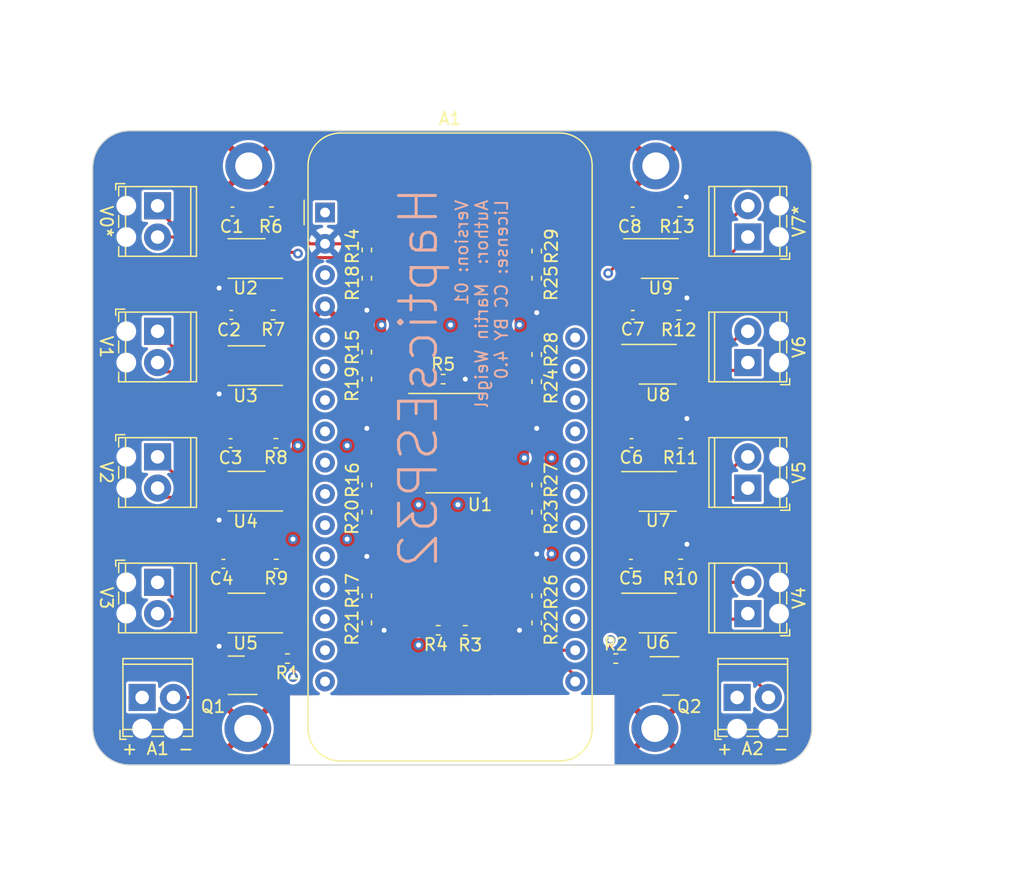
<source format=kicad_pcb>
(kicad_pcb (version 20211014) (generator pcbnew)
  (title_block (title "HapticESP32") (date "2022-01-30") (rev "01") (comment 1 "Author: Martin Weigel") (comment 3 "and two binary actuators (input-level voltage).") (comment 4 "An extension board for the ESP32 to control a maximum of 8 ERM/LRA actuators"))
  (layers (0 "F.Cu" power) (1 "In1.Cu" signal) (2 "In2.Cu" signal) (31 "B.Cu" power) (34 "B.Paste" user) (35 "F.Paste" user) (36 "B.SilkS" user "B.Silkscreen") (37 "F.SilkS" user "F.Silkscreen") (38 "B.Mask" user) (39 "F.Mask" user) (44 "Edge.Cuts" user))
  (net 0 "")
  (net 2 "+3V3")
  (net 4 "GND")
  (net 5 "/DAC2")
  (net 6 "/DAC1")
  (net 17 "/SDA")
  (net 18 "/SCL")
  (net 19 "/A1")
  (net 20 "/A2")
  (net 28 "Net-(C1-Pad2)")
  (net 29 "Net-(C2-Pad2)")
  (net 30 "Net-(C3-Pad2)")
  (net 31 "Net-(C4-Pad2)")
  (net 32 "Net-(C5-Pad2)")
  (net 33 "Net-(C6-Pad2)")
  (net 34 "Net-(C7-Pad2)")
  (net 35 "Net-(C8-Pad2)")
  (net 36 "Net-(J1-Pad2)")
  (net 37 "Net-(J2-Pad2)")
  (net 38 "Net-(J3-Pad1)")
  (net 39 "Net-(J3-Pad2)")
  (net 40 "Net-(J4-Pad1)")
  (net 41 "Net-(J4-Pad2)")
  (net 42 "Net-(J5-Pad1)")
  (net 43 "Net-(J5-Pad2)")
  (net 44 "Net-(J6-Pad1)")
  (net 45 "Net-(J6-Pad2)")
  (net 46 "Net-(J7-Pad1)")
  (net 47 "Net-(J7-Pad2)")
  (net 48 "Net-(J8-Pad1)")
  (net 49 "Net-(J8-Pad2)")
  (net 50 "Net-(J9-Pad1)")
  (net 51 "Net-(J9-Pad2)")
  (net 52 "Net-(J10-Pad1)")
  (net 53 "Net-(J10-Pad2)")
  (net 54 "Net-(Q1-Pad1)")
  (net 55 "Net-(Q2-Pad1)")
  (net 56 "Net-(R5-Pad2)")
  (net 57 "Net-(R6-Pad1)")
  (net 58 "Net-(R7-Pad1)")
  (net 59 "Net-(R8-Pad1)")
  (net 60 "Net-(R9-Pad1)")
  (net 61 "Net-(R10-Pad1)")
  (net 62 "Net-(R11-Pad1)")
  (net 63 "Net-(R12-Pad1)")
  (net 64 "Net-(R13-Pad1)")
  (net 65 "/SD0")
  (net 66 "/SD1")
  (net 67 "/SD2")
  (net 68 "/SD3")
  (net 69 "/SC0")
  (net 70 "/SC1")
  (net 71 "/SC2")
  (net 72 "/SC3")
  (net 73 "/SD4")
  (net 74 "/SD5")
  (net 75 "/SD6")
  (net 76 "/SD7")
  (net 77 "/SC4")
  (net 78 "/SC5")
  (net 79 "/SC6")
  (net 80 "/SC7")
  (net 95 "+5V")
  (footprint "Capacitor_SMD:C_0402_1005Metric" (layer "F.Cu") (at 85.6 26.19)
    (fp_text reference "C8")
    (fp_text value "1uF")
  )
  (footprint "Resistor_SMD:R_0402_1005Metric" (layer "F.Cu") (at 84.2264 62.5)
    (fp_text reference "R2")
    (fp_text value "1k")
  )
  (footprint "TerminalBlock_Phoenix:TerminalBlock_Phoenix_MPT-0,5-2-2.54_1x02_P2.54mm_Horizontal" (layer "F.Cu") (at 45.7454 65.659)
    (fp_text reference "J1" hide)
    (fp_text value "+ A1 -")
  )
  (footprint "MountingHole:MountingHole_2.2mm_M2_DIN965_Pad" (layer "F.Cu") (at 87.4014 68.1736)
    (fp_text reference "H1" hide)
    (fp_text value "MountingHole_Pad" hide)
  )
  (footprint "TerminalBlock_Phoenix:TerminalBlock_Phoenix_MPT-0,5-2-2.54_1x02_P2.54mm_Horizontal" (layer "F.Cu") (at 94.95 28.25 90)
    (fp_text reference "J10" hide)
    (fp_text value "V7*")
  )
  (footprint "Resistor_SMD:R_0402_1005Metric" (layer "F.Cu") (at 69.8 60.2 180)
    (fp_text reference "R4")
    (fp_text value "4.7k")
  )
  (footprint "Package_SO:VSSOP-10_3x3mm_P0.5mm" (layer "F.Cu") (at 54.229 30 180)
    (fp_text reference "U2")
    (fp_text value "DRV2605LDGS" hide)
  )
  (footprint "Resistor_SMD:R_0402_1005Metric" (layer "F.Cu") (at 77.8 40 -90)
    (fp_text reference "R24")
    (fp_text value "4.7k")
  )
  (footprint "Package_SO:VSSOP-10_3x3mm_P0.5mm" (layer "F.Cu") (at 87.8 30)
    (fp_text reference "U9")
    (fp_text value "DRV2605LDGS" hide)
  )
  (footprint "Package_SO:VSSOP-10_3x3mm_P0.5mm" (layer "F.Cu") (at 54.229 38.703933 180)
    (fp_text reference "U3")
    (fp_text value "DRV2605LDGS" hide)
  )
  (footprint "Capacitor_SMD:C_0402_1005Metric" (layer "F.Cu") (at 52.3494 54.803)
    (fp_text reference "C4")
    (fp_text value "1uF")
  )
  (footprint "Resistor_SMD:R_0402_1005Metric" (layer "F.Cu") (at 77.8 50.6 -90)
    (fp_text reference "R23")
    (fp_text value "4.7k")
  )
  (footprint "TerminalBlock_Phoenix:TerminalBlock_Phoenix_MPT-0,5-2-2.54_1x02_P2.54mm_Horizontal" (layer "F.Cu") (at 94.95 48.650866 90)
    (fp_text reference "J8" hide)
    (fp_text value "V5")
  )
  (footprint "TerminalBlock_Phoenix:TerminalBlock_Phoenix_MPT-0,5-2-2.54_1x02_P2.54mm_Horizontal" (layer "F.Cu") (at 94.0816 65.659)
    (fp_text reference "J2" hide)
    (fp_text value "+ A2 -")
  )
  (footprint "Resistor_SMD:R_0402_1005Metric" (layer "F.Cu") (at 64 57.4 90)
    (fp_text reference "R17")
    (fp_text value "4.7k")
  )
  (footprint "Capacitor_SMD:C_0402_1005Metric" (layer "F.Cu") (at 85.4494 54.803 180)
    (fp_text reference "C5")
    (fp_text value "1uF")
  )
  (footprint "Resistor_SMD:R_0402_1005Metric" (layer "F.Cu") (at 64 37.6 90)
    (fp_text reference "R15")
    (fp_text value "4.7k")
  )
  (footprint "Resistor_SMD:R_0402_1005Metric" (layer "F.Cu") (at 77.8 57.4 -90)
    (fp_text reference "R26")
    (fp_text value "4.7k")
  )
  (footprint "Resistor_SMD:R_0402_1005Metric" (layer "F.Cu") (at 57.5564 62.5 180)
    (fp_text reference "R1")
    (fp_text value "1k")
  )
  (footprint "Resistor_SMD:R_0402_1005Metric" (layer "F.Cu") (at 64 39.8 90)
    (fp_text reference "R19")
    (fp_text value "4.7k")
  )
  (footprint "Capacitor_SMD:C_0402_1005Metric" (layer "F.Cu") (at 52.9844 34.586334)
    (fp_text reference "C2")
    (fp_text value "1uF")
  )
  (footprint "Package_TO_SOT_SMD:SOT-23" (layer "F.Cu") (at 88.6968 63.9064)
    (fp_text reference "Q2")
    (fp_text value "MMBT5550L" hide)
  )
  (footprint "Module:Adafruit_Feather" (layer "F.Cu") (at 60.6044 26.2636)
    (fp_text reference "A1")
    (fp_text value "Feather_HUZZAH32" hide)
  )
  (footprint "Capacitor_SMD:C_0402_1005Metric" (layer "F.Cu") (at 85.4964 44.9976 180)
    (fp_text reference "C6")
    (fp_text value "1uF")
  )
  (footprint "MountingHole:MountingHole_2.2mm_M2_DIN965_Pad" (layer "F.Cu") (at 54.3306 68.1736)
    (fp_text reference "H2" hide)
    (fp_text value "MountingHole_Pad" hide)
  )
  (footprint "TerminalBlock_Phoenix:TerminalBlock_Phoenix_MPT-0,5-2-2.54_1x02_P2.54mm_Horizontal" (layer "F.Cu") (at 94.95 38.453933 90)
    (fp_text reference "J9" hide)
    (fp_text value "V6")
  )
  (footprint "Resistor_SMD:R_0402_1005Metric" (layer "F.Cu") (at 56.6128 45.0076 180)
    (fp_text reference "R8")
    (fp_text value "4.7k")
  )
  (footprint "MountingHole:MountingHole_2.2mm_M2_DIN965_Pad" (layer "F.Cu") (at 87.4776 22.479)
    (fp_text reference "H3" hide)
    (fp_text value "MountingHole_Pad" hide)
  )
  (footprint "Resistor_SMD:R_0402_1005Metric" (layer "F.Cu") (at 89.488 54.813)
    (fp_text reference "R10")
    (fp_text value "4.7k")
  )
  (footprint "Resistor_SMD:R_0402_1005Metric" (layer "F.Cu") (at 56.261 26.2)
    (fp_text reference "R6")
    (fp_text value "4.7k")
  )
  (footprint "Package_SO:VSSOP-10_3x3mm_P0.5mm" (layer "F.Cu") (at 87.6338 38.59)
    (fp_text reference "U8")
    (fp_text value "DRV2605LDGS" hide)
  )
  (footprint "Resistor_SMD:R_0402_1005Metric" (layer "F.Cu") (at 72 60.2 180)
    (fp_text reference "R3")
    (fp_text value "4.7k")
  )
  (footprint "Resistor_SMD:R_0402_1005Metric" (layer "F.Cu") (at 77.8 31.6 -90)
    (fp_text reference "R25")
    (fp_text value "4.7k")
  )
  (footprint "Resistor_SMD:R_0402_1005Metric" (layer "F.Cu") (at 64 48.4 90)
    (fp_text reference "R16")
    (fp_text value "4.7k")
  )
  (footprint "Resistor_SMD:R_0402_1005Metric" (layer "F.Cu") (at 89.438 26.2)
    (fp_text reference "R13")
    (fp_text value "4.7k")
  )
  (footprint "Resistor_SMD:R_0402_1005Metric" (layer "F.Cu") (at 77.8 37.8 -90)
    (fp_text reference "R28")
    (fp_text value "4.7k")
  )
  (footprint "Package_SO:TSSOP-24_4.4x7.8mm_P0.65mm" (layer "F.Cu") (at 71 45)
    (fp_text reference "U1")
    (fp_text value "TCA9548APWR" hide)
  )
  (footprint "Resistor_SMD:R_0402_1005Metric" (layer "F.Cu") (at 77.8 29.4 -90)
    (fp_text reference "R29")
    (fp_text value "4.7k")
  )
  (footprint "MountingHole:MountingHole_2.2mm_M2_DIN965_Pad" (layer "F.Cu") (at 54.4068 22.479)
    (fp_text reference "H4" hide)
    (fp_text value "MountingHole_Pad" hide)
  )
  (footprint "Package_SO:VSSOP-10_3x3mm_P0.5mm" (layer "F.Cu") (at 87.6338 58.8)
    (fp_text reference "U6")
    (fp_text value "DRV2605LDGS" hide)
  )
  (footprint "TerminalBlock_Phoenix:TerminalBlock_Phoenix_MPT-0,5-2-2.54_1x02_P2.54mm_Horizontal" (layer "F.Cu") (at 94.95 58.8478 90)
    (fp_text reference "J7" hide)
    (fp_text value "V4")
  )
  (footprint "Resistor_SMD:R_0402_1005Metric" (layer "F.Cu") (at 89.4842 45.0076)
    (fp_text reference "R11")
    (fp_text value "4.7k")
  )
  (footprint "Resistor_SMD:R_0402_1005Metric" (layer "F.Cu") (at 89.3356 34.596334)
    (fp_text reference "R12")
    (fp_text value "4.7k")
  )
  (footprint "Resistor_SMD:R_0402_1005Metric" (layer "F.Cu") (at 64 31.6 90)
    (fp_text reference "R18")
    (fp_text value "4.7k")
  )
  (footprint "Resistor_SMD:R_0402_1005Metric" (layer "F.Cu") (at 56.642 54.813 180)
    (fp_text reference "R9")
    (fp_text value "4.7k")
  )
  (footprint "Capacitor_SMD:C_0402_1005Metric" (layer "F.Cu") (at 52.9298 44.9976)
    (fp_text reference "C3")
    (fp_text value "1uF")
  )
  (footprint "TerminalBlock_Phoenix:TerminalBlock_Phoenix_MPT-0,5-2-2.54_1x02_P2.54mm_Horizontal" (layer "F.Cu") (at 47 35.913933 -90)
    (fp_text reference "J4" hide)
    (fp_text value "V1")
  )
  (footprint "Resistor_SMD:R_0402_1005Metric" (layer "F.Cu") (at 77.8 48.4 -90)
    (fp_text reference "R27")
    (fp_text value "4.7k")
  )
  (footprint "Resistor_SMD:R_0402_1005Metric" (layer "F.Cu") (at 77.8 59.6 -90)
    (fp_text reference "R22")
    (fp_text value "4.7k")
  )
  (footprint "Resistor_SMD:R_0402_1005Metric" (layer "F.Cu") (at 70.2 39.8 180)
    (fp_text reference "R5")
    (fp_text value "4.7k")
  )
  (footprint "Package_SO:VSSOP-10_3x3mm_P0.5mm" (layer "F.Cu") (at 87.6338 48.92)
    (fp_text reference "U7")
    (fp_text value "DRV2605LDGS" hide)
  )
  (footprint "TerminalBlock_Phoenix:TerminalBlock_Phoenix_MPT-0,5-2-2.54_1x02_P2.54mm_Horizontal" (layer "F.Cu") (at 47 56.3078 -90)
    (fp_text reference "J6" hide)
    (fp_text value "V3")
  )
  (footprint "TerminalBlock_Phoenix:TerminalBlock_Phoenix_MPT-0,5-2-2.54_1x02_P2.54mm_Horizontal" (layer "F.Cu") (at 47 25.717 -90)
    (fp_text reference "J3" hide)
    (fp_text value "V0*")
  )
  (footprint "Capacitor_SMD:C_0402_1005Metric" (layer "F.Cu") (at 85.6018 34.586334 180)
    (fp_text reference "C7")
    (fp_text value "1uF")
  )
  (footprint "Package_TO_SOT_SMD:SOT-23" (layer "F.Cu") (at 53.3908 63.8556 180)
    (fp_text reference "Q1")
    (fp_text value "MMBT5550L" hide)
  )
  (footprint "Resistor_SMD:R_0402_1005Metric" (layer "F.Cu") (at 64 50.6 90)
    (fp_text reference "R20")
    (fp_text value "4.7k")
  )
  (footprint "Resistor_SMD:R_0402_1005Metric" (layer "F.Cu") (at 56.388 34.596334 180)
    (fp_text reference "R7")
    (fp_text value "4.7k")
  )
  (footprint "Capacitor_SMD:C_0402_1005Metric" (layer "F.Cu") (at 53.086 26.19)
    (fp_text reference "C1")
    (fp_text value "1uF")
  )
  (footprint "Package_SO:VSSOP-10_3x3mm_P0.5mm" (layer "F.Cu") (at 54.229 58.8 180)
    (fp_text reference "U5")
    (fp_text value "DRV2605LDGS" hide)
  )
  (footprint "Resistor_SMD:R_0402_1005Metric" (layer "F.Cu") (at 64 29.31 90)
    (fp_text reference "R14")
    (fp_text value "4.7k")
  )
  (footprint "Resistor_SMD:R_0402_1005Metric" (layer "F.Cu") (at 64 59.6 90)
    (fp_text reference "R21")
    (fp_text value "4.7k")
  )
  (footprint "Package_SO:VSSOP-10_3x3mm_P0.5mm" (layer "F.Cu") (at 54.229 48.900866 180)
    (fp_text reference "U4")
    (fp_text value "DRV2605LDGS" hide)
  )
  (footprint "TerminalBlock_Phoenix:TerminalBlock_Phoenix_MPT-0,5-2-2.54_1x02_P2.54mm_Horizontal" (layer "F.Cu") (at 47 46.110866 -90)
    (fp_text reference "J5" hide)
    (fp_text value "V2")
  )
  (gr_arc (start 44.7294 71.1454) (mid 42.593708 70.23202) (end 41.7294 68.076002) (layer "Edge.Cuts") (width 0.1))
  (gr_arc (start 41.729204 22.622296) (mid 42.642584 20.486604) (end 44.798602 19.622296) (layer "Edge.Cuts") (width 0.1))
  (gr_arc (start 100.151179 68.145202) (mid 99.237799 70.280894) (end 97.081781 71.145202) (layer "Edge.Cuts") (width 0.1))
  (gr_line (start 41.7294 68.076002) (end 41.729204 22.622296) (layer "Edge.Cuts") (width 0.1))
  (gr_line (start 44.798602 19.622296) (end 97.150981 19.622098) (layer "Edge.Cuts") (width 0.1))
  (gr_arc (start 97.150981 19.622098) (mid 99.286673 20.535478) (end 100.150981 22.691496) (layer "Edge.Cuts") (width 0.1))
  (gr_line (start 97.081781 71.145202) (end 44.7294 71.1454) (layer "Edge.Cuts") (width 0.1))
  (gr_line (start 100.150981 22.691496) (end 100.151179 68.145202) (layer "Edge.Cuts") (width 0.1))
  (gr_text "Version: 01\nAuthor:  Martin Weigel\nLicense: CC BY 4.0" (at 73.3298 25.146 90) (layer "B.SilkS") (effects (font (size 1 1)) (justify left mirror)))
  (gr_text "HapticsESP32" (at 68.2 24 90) (layer "B.SilkS") (effects (font (size 3 3) (thickness 0.25)) (justify left mirror)))
  (segment (start 64 56.89) (end 64 54.2) (width 0.25) (layer "F.Cu") (net 2))
  (segment (start 52 51.25) (end 52 49.929866) (width 0.25) (layer "F.Cu") (net 2))
  (segment (start 52 49.929866) (end 52.029 49.900866) (width 0.25) (layer "F.Cu") (net 2))
  (segment (start 90.0038 53.213) (end 90.0038 54.8072) (width 0.25) (layer "F.Cu") (net 2))
  (segment (start 89.998 54.813) (end 89.998 57.6358) (width 0.25) (layer "F.Cu") (net 2))
  (segment (start 77.8 43.8) (end 77.8 47.89) (width 0.25) (layer "F.Cu") (net 2))
  (segment (start 65.4 60.2) (end 69.29 60.2) (width 0.25) (layer "F.Cu") (net 2))
  (segment (start 89.8456 34.596334) (end 89.8456 37.5782) (width 0.25) (layer "F.Cu") (net 2))
  (segment (start 89.8456 34.596334) (end 90.0038 34.438134) (width 0.25) (layer "F.Cu") (net 2))
  (segment (start 77.8 34.4) (end 77.8 37.09) (width 0.25) (layer "F.Cu") (net 2))
  (segment (start 53.681666 32.4) (end 55.878 34.596334) (width 0.25) (layer "F.Cu") (net 2))
  (segment (start 52 32.4) (end 53.681666 32.4) (width 0.25) (layer "F.Cu") (net 2))
  (segment (start 64 54.2) (end 64 51.11) (width 0.25) (layer "F.Cu") (net 2))
  (segment (start 52.029 59.8) (end 52.029 61.471) (width 0.25) (layer "F.Cu") (net 2))
  (segment (start 89.9538 26.1942) (end 89.948 26.2) (width 0.25) (layer "F.Cu") (net 2))
  (segment (start 52.029 31) (end 52.029 32.371) (width 0.25) (layer "F.Cu") (net 2))
  (segment (start 77.8 31.91) (end 77.8 34.4) (width 0.25) (layer "F.Cu") (net 2))
  (segment (start 52.029 32.371) (end 52 32.4) (width 0.25) (layer "F.Cu") (net 2))
  (segment (start 65.31 60.11) (end 65.4 60.2) (width 0.25) (layer "F.Cu") (net 2))
  (segment (start 52.2794 51.25) (end 56.132 55.1026) (width 0.25) (layer "F.Cu") (net 2))
  (segment (start 72 39.8) (end 72 41) (width 0.25) (layer "F.Cu") (net 2))
  (segment (start 89.998 47.7558) (end 89.998 45.623667) (width 0.25) (layer "F.Cu") (net 2))
  (segment (start 89.999592 33.2) (end 89.999592 34.442342) (width 0.25) (layer "F.Cu") (net 2))
  (segment (start 89.8338 47.92) (end 89.998 47.7558) (width 0.25) (layer "F.Cu") (net 2))
  (segment (start 90.0038 54.8072) (end 89.998 54.813) (width 0.25) (layer "F.Cu") (net 2))
  (segment (start 89.998 57.6358) (end 89.8338 57.8) (width 0.25) (layer "F.Cu") (net 2))
  (segment (start 59.3746 28.8036) (end 60.6044 28.8036) (width 0.25) (layer "F.Cu") (net 2))
  (segment (start 72 41) (end 72.425 41.425) (width 0.25) (layer "F.Cu") (net 2))
  (segment (start 77.8 28.8) (end 64 28.8) (width 0.25) (layer "F.Cu") (net 2))
  (segment (start 77.8 40.51) (end 77.8 43.8) (width 0.25) (layer "F.Cu") (net 2))
  (segment (start 72.425 41.425) (end 73.8625 41.425) (width 0.25) (layer "F.Cu") (net 2))
  (segment (start 52 41) (end 56.0076 45.0076) (width 0.25) (layer "F.Cu") (net 2))
  (segment (start 77.8 51.11) (end 77.8 54) (width 0.25) (layer "F.Cu") (net 2))
  (segment (start 63.9964 28.8036) (end 60.6044 28.8036) (width 0.25) (layer "F.Cu") (net 2))
  (segment (start 89.9538 25) (end 89.9538 26.1942) (width 0.25) (layer "F.Cu") (net 2))
  (segment (start 64 37.09) (end 64 34.2) (width 0.25) (layer "F.Cu") (net 2))
  (segment (start 77.8 60.11) (end 76.49 60.11) (width 0.25) (layer "F.Cu") (net 2))
  (segment (start 90.0038 45.617867) (end 90.0038 43.0038) (width 0.25) (layer "F.Cu") (net 2))
  (segment (start 77.8 54) (end 77.8 56.89) (width 0.25) (layer "F.Cu") (net 2))
  (segment (start 64 40.31) (end 64 43.8) (width 0.25) (layer "F.Cu") (net 2))
  (segment (start 76.49 60.11) (end 76.4 60.2) (width 0.25) (layer "F.Cu") (net 2))
  (segment (start 64 28.8) (end 63.9964 28.8036) (width 0.25) (layer "F.Cu") (net 2))
  (segment (start 72.51 60.2) (end 76.4 60.2) (width 0.25) (layer "F.Cu") (net 2))
  (segment (start 90.0038 43.0038) (end 90 43) (width 0.25) (layer "F.Cu") (net 2))
  (segment (start 72 39.8) (end 70.71 39.8) (width 0.25) (layer "F.Cu") (net 2))
  (segment (start 64 47.89) (end 64 43.8) (width 0.25) (layer "F.Cu") (net 2))
  (segment (start 64 34.2) (end 64 31.91) (width 0.25) (layer "F.Cu") (net 2))
  (segment (start 89.998 45.623667) (end 90.0038 45.617867) (width 0.25) (layer "F.Cu") (net 2))
  (segment (start 52.029 61.471) (end 52 61.5) (width 0.25) (layer "F.Cu") (net 2))
  (segment (start 52.029 39.703933) (end 52.029 40.971) (width 0.25) (layer "F.Cu") (net 2))
  (segment (start 56.771 26.2) (end 59.3746 28.8036) (width 0.25) (layer "F.Cu") (net 2))
  (segment (start 56.0076 45.0076) (end 56.1028 45.0076) (width 0.25) (layer "F.Cu") (net 2))
  (segment (start 64 60.11) (end 65.31 60.11) (width 0.25) (layer "F.Cu") (net 2))
  (segment (start 89.948 26.2) (end 89.948 28.948) (width 0.25) (layer "F.Cu") (net 2))
  (segment (start 89.8456 37.5782) (end 89.8338 37.59) (width 0.25) (layer "F.Cu") (net 2))
  (segment (start 52 51.25) (end 52.2794 51.25) (width 0.25) (layer "F.Cu") (net 2))
  (segment (start 89.948 28.948) (end 90 29) (width 0.25) (layer "F.Cu") (net 2))
  (via (at 89.999592 33.2) (size 0.8) (drill 0.4) (layers "F.Cu" "B.Cu") (net 2))
  (via (at 90 43) (size 0.8) (drill 0.4) (layers "F.Cu" "B.Cu") (net 2))
  (via (at 90.0038 53.213) (size 0.8) (drill 0.4) (layers "F.Cu" "B.Cu") (net 2))
  (via (at 52 41) (size 0.8) (drill 0.4) (layers "F.Cu" "B.Cu") (net 2))
  (via (at 89.9538 25) (size 0.8) (drill 0.4) (layers "F.Cu" "B.Cu") (net 2))
  (via (at 52 51.25) (size 0.8) (drill 0.4) (layers "F.Cu" "B.Cu") (net 2))
  (via (at 52 61.5) (size 0.8) (drill 0.4) (layers "F.Cu" "B.Cu") (net 2))
  (via (at 77.8 54) (size 0.8) (drill 0.4) (layers "F.Cu" "B.Cu") (net 2))
  (via (at 76.4 60.2) (size 0.8) (drill 0.4) (layers "F.Cu" "B.Cu") (net 2))
  (via (at 77.8 43.8) (size 0.8) (drill 0.4) (layers "F.Cu" "B.Cu") (net 2))
  (via (at 65.4 60.2) (size 0.8) (drill 0.4) (layers "F.Cu" "B.Cu") (net 2))
  (via (at 77.8 34.4) (size 0.8) (drill 0.4) (layers "F.Cu" "B.Cu") (net 2))
  (via (at 72 39.8) (size 0.8) (drill 0.4) (layers "F.Cu" "B.Cu") (net 2))
  (via (at 64 43.8) (size 0.8) (drill 0.4) (layers "F.Cu" "B.Cu") (net 2))
  (via (at 52 32.4) (size 0.8) (drill 0.4) (layers "F.Cu" "B.Cu") (net 2))
  (via (at 64 34.2) (size 0.8) (drill 0.4) (layers "F.Cu" "B.Cu") (net 2))
  (via (at 64 54.2) (size 0.8) (drill 0.4) (layers "F.Cu" "B.Cu") (net 2))
  (segment (start 73.8625 43.375) (end 73.025 43.375) (width 0.25) (layer "F.Cu") (net 4))
  (segment (start 89.8338 38.59) (end 88.502934 38.59) (width 0.25) (layer "F.Cu") (net 4))
  (segment (start 68.1375 38.0625) (end 70.8 35.4) (width 0.25) (layer "F.Cu") (net 4))
  (segment (start 89.8338 48.92) (end 88.699867 48.92) (width 0.25) (layer "F.Cu") (net 4))
  (segment (start 90 30) (end 88.8 30) (width 0.25) (layer "F.Cu") (net 4))
  (segment (start 89.8338 58.8) (end 88.8 58.8) (width 0.25) (layer "F.Cu") (net 4))
  (segment (start 53 58.8) (end 53.6 59.4) (width 0.25) (layer "F.Cu") (net 4))
  (segment (start 73.025 43.375) (end 72.2 44.2) (width 0.25) (layer "F.Cu") (net 4))
  (segment (start 52.029 58.8) (end 53 58.8) (width 0.25) (layer "F.Cu") (net 4))
  (segment (start 68.1375 41.425) (end 68.1375 38.0625) (width 0.25) (layer "F.Cu") (net 4))
  (segment (start 88.8 30) (end 88.6 30.2) (width 0.25) (layer "F.Cu") (net 4))
  (segment (start 52.029 48.900866) (end 53.100866 48.900866) (width 0.25) (layer "F.Cu") (net 4))
  (segment (start 52.029 30) (end 53.2 30) (width 0.25) (layer "F.Cu") (net 4))
  (segment (start 52.029 38.703933) (end 53.296067 38.703933) (width 0.25) (layer "F.Cu") (net 4))
  (via (at 71.4 50) (size 0.8) (drill 0.4) (layers "F.Cu" "B.Cu") (net 4))
  (via (at 79 46.2) (size 0.8) (drill 0.4) (layers "F.Cu" "B.Cu") (net 4))
  (via (at 62.4 45.2) (size 0.8) (drill 0.4) (layers "F.Cu" "B.Cu") (net 4))
  (via (at 79 54) (size 0.8) (drill 0.4) (layers "F.Cu" "B.Cu") (net 4))
  (via (at 76.8 46.2) (size 0.8) (drill 0.4) (layers "F.Cu" "B.Cu") (net 4))
  (via (at 62.4 52.8) (size 0.8) (drill 0.4) (layers "F.Cu" "B.Cu") (net 4))
  (via (at 68.2 61.4) (size 0.8) (drill 0.4) (layers "F.Cu" "B.Cu") (net 4))
  (via (at 58.4 45.2) (size 0.8) (drill 0.4) (layers "F.Cu" "B.Cu") (net 4))
  (via (at 58 52.8) (size 0.8) (drill 0.4) (layers "F.Cu" "B.Cu") (net 4))
  (via (at 70.8 35.4) (size 0.8) (drill 0.4) (layers "F.Cu" "B.Cu") (net 4))
  (via (at 65.2 35.4) (size 0.8) (drill 0.4) (layers "F.Cu" "B.Cu") (net 4))
  (via (at 76.4 35.387071) (size 0.8) (drill 0.4) (layers "F.Cu" "B.Cu") (net 4))
  (via (at 68.2 50) (size 0.8) (drill 0.4) (layers "F.Cu" "B.Cu") (net 4))
  (segment (start 84.3038 30.5) (end 83.6038 31.2) (width 0.25) (layer "F.Cu") (net 5))
  (segment (start 85.6 30.5) (end 84.3038 30.5) (width 0.25) (layer "F.Cu") (net 5))
  (via (at 83.6038 31.2) (size 0.8) (drill 0.4) (layers "F.Cu" "B.Cu") (net 5))
  (segment (start 56.429 29.5) (end 58.3 29.5) (width 0.25) (layer "F.Cu") (net 6))
  (segment (start 58.3 29.5) (end 58.4 29.6) (width 0.25) (layer "F.Cu") (net 6))
  (via (at 58.4 29.6) (size 0.8) (drill 0.4) (layers "F.Cu" "B.Cu") (net 6))
  (segment (start 69.615339 44.184661) (end 69.615339 59.505339) (width 0.25) (layer "F.Cu") (net 17))
  (segment (start 70.31 60.2) (end 70.520141 60.2) (width 0.25) (layer "F.Cu") (net 17))
  (segment (start 73.8625 42.075) (end 71.725 42.075) (width 0.25) (layer "F.Cu") (net 17))
  (segment (start 70.520141 60.2) (end 72.720141 62.4) (width 0.25) (layer "F.Cu") (net 17))
  (segment (start 69.615339 59.505339) (end 70.31 60.2) (width 0.25) (layer "F.Cu") (net 17))
  (segment (start 72.720141 62.4) (end 79.4 62.4) (width 0.25) (layer "F.Cu") (net 17))
  (segment (start 71.725 42.075) (end 69.615339 44.184661) (width 0.25) (layer "F.Cu") (net 17))
  (segment (start 80.9244 63.9244) (end 80.9244 64.3636) (width 0.25) (layer "F.Cu") (net 17))
  (segment (start 79.4 62.4) (end 80.9244 63.9244) (width 0.25) (layer "F.Cu") (net 17))
  (segment (start 72.039283 42.725) (end 70.075489 44.688794) (width 0.25) (layer "F.Cu") (net 18))
  (segment (start 80.9244 61.8236) (end 73.1136 61.8236) (width 0.25) (layer "F.Cu") (net 18))
  (segment (start 70.075489 44.688794) (end 70.075489 58.785489) (width 0.25) (layer "F.Cu") (net 18))
  (segment (start 73.1136 61.8236) (end 71.49 60.2) (width 0.25) (layer "F.Cu") (net 18))
  (segment (start 73.8625 42.725) (end 72.039283 42.725) (width 0.25) (layer "F.Cu") (net 18))
  (segment (start 70.075489 58.785489) (end 71.49 60.2) (width 0.25) (layer "F.Cu") (net 18))
  (segment (start 58.0664 62.5) (end 58.0664 63.9336) (width 0.25) (layer "F.Cu") (net 19))
  (segment (start 58.0664 63.9336) (end 58 64) (width 0.25) (layer "F.Cu") (net 19))
  (via (at 58 64) (size 0.8) (drill 0.4) (layers "F.Cu" "B.Cu") (net 19))
  (segment (start 83.8 61) (end 83.8 62.4164) (width 0.25) (layer "F.Cu") (net 20))
  (segment (start 83.8 62.4164) (end 83.7164 62.5) (width 0.25) (layer "F.Cu") (net 20))
  (via (at 83.8 61) (size 0.8) (drill 0.4) (layers "F.Cu" "B.Cu") (net 20))
  (segment (start 53.566 26.21) (end 53.566 28.927006) (width 0.25) (layer "F.Cu") (net 28))
  (segment (start 53.566 28.927006) (end 55.638994 31) (width 0.25) (layer "F.Cu") (net 28))
  (segment (start 55.638994 31) (end 56.429 31) (width 0.25) (layer "F.Cu") (net 28))
  (segment (start 55.638994 39.703933) (end 56.429 39.703933) (width 0.25) (layer "F.Cu") (net 29))
  (segment (start 53.4644 34.586334) (end 53.4644 37.529339) (width 0.25) (layer "F.Cu") (net 29))
  (segment (start 53.4644 37.529339) (end 55.638994 39.703933) (width 0.25) (layer "F.Cu") (net 29))
  (segment (start 53.4098 47.671672) (end 55.638994 49.900866) (width 0.25) (layer "F.Cu") (net 30))
  (segment (start 55.638994 49.900866) (end 56.429 49.900866) (width 0.25) (layer "F.Cu") (net 30))
  (segment (start 53.4098 44.9976) (end 53.4098 47.671672) (width 0.25) (layer "F.Cu") (net 30))
  (segment (start 55.341194 59.8) (end 52.8294 57.288206) (width 0.25) (layer "F.Cu") (net 31))
  (segment (start 56.429 59.8) (end 55.341194 59.8) (width 0.25) (layer "F.Cu") (net 31))
  (segment (start 52.8294 55.0926) (end 52.8294 57.288206) (width 0.25) (layer "F.Cu") (net 31))
  (segment (start 84.9694 54.823) (end 84.9694 57.3356) (width 0.25) (layer "F.Cu") (net 32))
  (segment (start 84.9694 57.3356) (end 85.4338 57.8) (width 0.25) (layer "F.Cu") (net 32))
  (segment (start 85.0202 47.732467) (end 85.207733 47.92) (width 0.25) (layer "F.Cu") (net 33))
  (segment (start 85.0202 45.547467) (end 85.0202 47.732467) (width 0.25) (layer "F.Cu") (net 33))
  (segment (start 85.0164 44.9976) (end 85.0164 45.543667) (width 0.25) (layer "F.Cu") (net 33))
  (segment (start 85.0164 45.543667) (end 85.0202 45.547467) (width 0.25) (layer "F.Cu") (net 33))
  (segment (start 85.207733 47.92) (end 85.4338 47.92) (width 0.25) (layer "F.Cu") (net 33))
  (segment (start 85.1218 34.586334) (end 85.1218 37.278) (width 0.25) (layer "F.Cu") (net 34))
  (segment (start 85.1218 37.278) (end 85.4338 37.59) (width 0.25) (layer "F.Cu") (net 34))
  (segment (start 85.62548 29.02548) (end 85.6 29) (width 0.25) (layer "F.Cu") (net 35))
  (segment (start 86.08 26.2) (end 86.08 28.92) (width 0.25) (layer "F.Cu") (net 35))
  (segment (start 86.08 28.92) (end 85.97452 29.02548) (width 0.25) (layer "F.Cu") (net 35))
  (segment (start 85.97452 29.02548) (end 85.62548 29.02548) (width 0.25) (layer "F.Cu") (net 35))
  (segment (start 50.6499 65.659) (end 48.2854 65.659) (width 0.25) (layer "F.Cu") (net 36))
  (segment (start 52.4533 63.8556) (end 50.6499 65.659) (width 0.25) (layer "F.Cu") (net 36))
  (segment (start 96.6216 65.349978) (end 96.6216 65.659) (width 0.25) (layer "F.Cu") (net 37))
  (segment (start 95.178022 63.9064) (end 96.6216 65.349978) (width 0.25) (layer "F.Cu") (net 37))
  (segment (start 89.6343 63.9064) (end 95.178022 63.9064) (width 0.25) (layer "F.Cu") (net 37))
  (segment (start 46.7292 25.717) (end 50.5122 29.5) (width 0.25) (layer "F.Cu") (net 38))
  (segment (start 50.5122 29.5) (end 52.029 29.5) (width 0.25) (layer "F.Cu") (net 38))
  (segment (start 48.457 28.257) (end 50.7 30.5) (width 0.25) (layer "F.Cu") (net 39))
  (segment (start 50.7 30.5) (end 52.029 30.5) (width 0.25) (layer "F.Cu") (net 39))
  (segment (start 46.7292 28.257) (end 48.457 28.257) (width 0.25) (layer "F.Cu") (net 39))
  (segment (start 52.029 38.203933) (end 49.264 38.203933) (width 0.25) (layer "F.Cu") (net 40))
  (segment (start 49.264 38.203933) (end 46.974 35.913933) (width 0.25) (layer "F.Cu") (net 40))
  (segment (start 52.029 39.203933) (end 47.724 39.203933) (width 0.25) (layer "F.Cu") (net 41))
  (segment (start 47.724 39.203933) (end 46.974 38.453933) (width 0.25) (layer "F.Cu") (net 41))
  (segment (start 49.25 48.400866) (end 46.96 46.110866) (width 0.25) (layer "F.Cu") (net 42))
  (segment (start 52.029 48.400866) (end 49.25 48.400866) (width 0.25) (layer "F.Cu") (net 42))
  (segment (start 47.71 49.400866) (end 46.96 48.650866) (width 0.25) (layer "F.Cu") (net 43))
  (segment (start 52.029 49.400866) (end 47.71 49.400866) (width 0.25) (layer "F.Cu") (net 43))
  (segment (start 47 56.3078) (end 49.01768 58.32548) (width 0.25) (layer "F.Cu") (net 44))
  (segment (start 49.01768 58.32548) (end 51.92548 58.32548) (width 0.25) (layer "F.Cu") (net 44))
  (segment (start 52.029 59.3) (end 47.4522 59.3) (width 0.25) (layer "F.Cu") (net 45))
  (segment (start 47.4522 59.3) (end 47 58.8478) (width 0.25) (layer "F.Cu") (net 45))
  (segment (start 94.4978 59.3) (end 94.95 58.8478) (width 0.25) (layer "F.Cu") (net 46))
  (segment (start 89.8338 59.3) (end 94.4978 59.3) (width 0.25) (layer "F.Cu") (net 46))
  (segment (start 91.402166 58.3) (end 93.394366 56.3078) (width 0.25) (layer "F.Cu") (net 47))
  (segment (start 89.8338 58.3) (end 91.402166 58.3) (width 0.25) (layer "F.Cu") (net 47))
  (segment (start 93.394366 56.3078) (end 94.95 56.3078) (width 0.25) (layer "F.Cu") (net 47))
  (segment (start 94.180866 49.42) (end 94.95 48.650866) (width 0.25) (layer "F.Cu") (net 48))
  (segment (start 94.25 49.42) (end 95 48.67) (width 0.25) (layer "F.Cu") (net 48))
  (segment (start 89.8338 49.42) (end 94.180866 49.42) (width 0.25) (layer "F.Cu") (net 48))
  (segment (start 94.690978 46.13) (end 95 46.13) (width 0.25) (layer "F.Cu") (net 49))
  (segment (start 89.8338 48.42) (end 92.331844 48.42) (width 0.25) (layer "F.Cu") (net 49))
  (segment (start 94.640978 46.110866) (end 94.95 46.110866) (width 0.25) (layer "F.Cu") (net 49))
  (segment (start 92.331844 48.42) (end 94.640978 46.110866) (width 0.25) (layer "F.Cu") (net 49))
  (segment (start 94.25 39.09) (end 95 38.34) (width 0.25) (layer "F.Cu") (net 50))
  (segment (start 94.313933 39.09) (end 94.95 38.453933) (width 0.25) (layer "F.Cu") (net 50))
  (segment (start 89.8338 39.09) (end 94.313933 39.09) (width 0.25) (layer "F.Cu") (net 50))
  (segment (start 94.690978 35.8) (end 95 35.8) (width 0.25) (layer "F.Cu") (net 51))
  (segment (start 89.8338 38.09) (end 92.400978 38.09) (width 0.25) (layer "F.Cu") (net 51))
  (segment (start 94.577045 35.913933) (end 94.95 35.913933) (width 0.25) (layer "F.Cu") (net 51))
  (segment (start 92.400978 38.09) (end 94.577045 35.913933) (width 0.25) (layer "F.Cu") (net 51))
  (segment (start 90 30.5) (end 92.7 30.5) (width 0.25) (layer "F.Cu") (net 52))
  (segment (start 92.7 30.5) (end 94.95 28.25) (width 0.25) (layer "F.Cu") (net 52))
  (segment (start 94.69 25.71) (end 90.87452 29.52548) (width 0.25) (layer "F.Cu") (net 53))
  (segment (start 90.02548 29.52548) (end 90 29.5) (width 0.25) (layer "F.Cu") (net 53))
  (segment (start 90.87452 29.52548) (end 90.02548 29.52548) (width 0.25) (layer "F.Cu") (net 53))
  (segment (start 94.687178 25.717) (end 94.9962 25.717) (width 0.25) (layer "F.Cu") (net 53))
  (segment (start 94.95 25.71) (end 94.69 25.71) (width 0.25) (layer "F.Cu") (net 53))
  (segment (start 57.0464 62.5) (end 54.7408 64.8056) (width 0.25) (layer "F.Cu") (net 54))
  (segment (start 54.7408 64.8056) (end 54.3283 64.8056) (width 0.25) (layer "F.Cu") (net 54))
  (segment (start 85.1928 62.9564) (end 84.7364 62.5) (width 0.25) (layer "F.Cu") (net 55))
  (segment (start 87.7593 62.9564) (end 85.1928 62.9564) (width 0.25) (layer "F.Cu") (net 55))
  (segment (start 69.69 42.11) (end 69.075 42.725) (width 0.25) (layer "F.Cu") (net 56))
  (segment (start 69.075 42.725) (end 68.1375 42.725) (width 0.25) (layer "F.Cu") (net 56))
  (segment (start 69.69 39.8) (end 69.69 42.11) (width 0.25) (layer "F.Cu") (net 56))
  (segment (start 55.751 28.322) (end 56.429 29) (width 0.25) (layer "F.Cu") (net 57))
  (segment (start 55.751 26.2) (end 55.751 28.322) (width 0.25) (layer "F.Cu") (net 57))
  (segment (start 56.898 37.234933) (end 56.429 37.703933) (width 0.25) (layer "F.Cu") (net 58))
  (segment (start 56.898 34.596334) (end 56.898 37.234933) (width 0.25) (layer "F.Cu") (net 58))
  (segment (start 57.1228 45.0076) (end 57.1228 47.199466) (width 0.25) (layer "F.Cu") (net 59))
  (segment (start 57.1266 47.203266) (end 56.429 47.900866) (width 0.25) (layer "F.Cu") (net 59))
  (segment (start 57.1228 47.199466) (end 57.1266 47.203266) (width 0.25) (layer "F.Cu") (net 59))
  (segment (start 56.429 57.8) (end 56.7268 57.8) (width 0.25) (layer "F.Cu") (net 60))
  (segment (start 57.152 55.1026) (end 57.152 57.3748) (width 0.25) (layer "F.Cu") (net 60))
  (segment (start 56.7268 57.8) (end 57.152 57.3748) (width 0.25) (layer "F.Cu") (net 60))
  (segment (start 88.978 54.813) (end 88.978 57.045806) (width 0.25) (layer "F.Cu") (net 61))
  (segment (start 86.223806 59.8) (end 85.4338 59.8) (width 0.25) (layer "F.Cu") (net 61))
  (segment (start 88.978 57.045806) (end 86.223806 59.8) (width 0.25) (layer "F.Cu") (net 61))
  (segment (start 86.223806 49.92) (end 88.978 47.165806) (width 0.25) (layer "F.Cu") (net 62))
  (segment (start 88.978 45.0114) (end 88.9742 45.0076) (width 0.25) (layer "F.Cu") (net 62))
  (segment (start 88.978 47.165806) (end 88.978 45.0114) (width 0.25) (layer "F.Cu") (net 62))
  (segment (start 85.4338 49.92) (end 86.223806 49.92) (width 0.25) (layer "F.Cu") (net 62))
  (segment (start 88.8256 34.596334) (end 88.8256 36.988206) (width 0.25) (layer "F.Cu") (net 63))
  (segment (start 88.8256 36.988206) (end 86.223806 39.59) (width 0.25) (layer "F.Cu") (net 63))
  (segment (start 86.223806 39.59) (end 85.4338 39.59) (width 0.25) (layer "F.Cu") (net 63))
  (segment (start 88.928 26.2) (end 88.928 28.872) (width 0.25) (layer "F.Cu") (net 64))
  (segment (start 88.928 28.872) (end 86.8 31) (width 0.25) (layer "F.Cu") (net 64))
  (segment (start 86.8 31) (end 85.6 31) (width 0.25) (layer "F.Cu") (net 64))
  (segment (start 63.891889 29.928111) (end 59.271889 29.928111) (width 0.25) (layer "F.Cu") (net 65))
  (segment (start 59.271889 29.928111) (end 58.8 30.4) (width 0.25) (layer "F.Cu") (net 65))
  (segment (start 57.761198 30.4) (end 57.361198 30) (width 0.25) (layer "F.Cu") (net 65))
  (segment (start 67.449639 43.375) (end 68.1375 43.375) (width 0.25) (layer "F.Cu") (net 65))
  (segment (start 57.361198 30) (end 56.429 30) (width 0.25) (layer "F.Cu") (net 65))
  (segment (start 66.8 32.62) (end 66.8 42.725361) (width 0.25) (layer "F.Cu") (net 65))
  (segment (start 64 29.82) (end 63.891889 29.928111) (width 0.25) (layer "F.Cu") (net 65))
  (segment (start 58.8 30.4) (end 57.761198 30.4) (width 0.25) (layer "F.Cu") (net 65))
  (segment (start 66.8 42.725361) (end 67.449639 43.375) (width 0.25) (layer "F.Cu") (net 65))
  (segment (start 64 29.82) (end 66.8 32.62) (width 0.25) (layer "F.Cu") (net 65))
  (segment (start 66.475 44.675) (end 68.1375 44.675) (width 0.25) (layer "F.Cu") (net 66))
  (segment (start 57.219006 38.703933) (end 56.429 38.703933) (width 0.25) (layer "F.Cu") (net 66))
  (segment (start 65.6 39.71) (end 65.6 43.8) (width 0.25) (layer "F.Cu") (net 66))
  (segment (start 58.08385 37.839089) (end 63.729089 37.839089) (width 0.25) (layer "F.Cu") (net 66))
  (segment (start 64 38.11) (end 65.6 39.71) (width 0.25) (layer "F.Cu") (net 66))
  (segment (start 58.08385 37.839089) (end 57.219006 38.703933) (width 0.25) (layer "F.Cu") (net 66))
  (segment (start 65.6 43.8) (end 66.475 44.675) (width 0.25) (layer "F.Cu") (net 66))
  (segment (start 63.089089 47.999089) (end 58.120783 47.999089) (width 0.25) (layer "F.Cu") (net 67))
  (segment (start 64.454282 48.91) (end 64 48.91) (width 0.25) (layer "F.Cu") (net 67))
  (segment (start 67.389282 45.975) (end 64.454282 48.91) (width 0.25) (layer "F.Cu") (net 67))
  (segment (start 64 48.91) (end 63.089089 47.999089) (width 0.25) (layer "F.Cu") (net 67))
  (segment (start 58.120783 47.999089) (end 57.219006 48.900866) (width 0.25) (layer "F.Cu") (net 67))
  (segment (start 68.1375 45.975) (end 67.389282 45.975) (width 0.25) (layer "F.Cu") (net 67))
  (segment (start 56.429 48.900866) (end 57.354724 48.900866) (width 0.25) (layer "F.Cu") (net 67))
  (segment (start 66 57) (end 65.09 57.91) (width 0.25) (layer "F.Cu") (net 68))
  (segment (start 65.09 57.91) (end 64 57.91) (width 0.25) (layer "F.Cu") (net 68))
  (segment (start 57.516806 58.8) (end 56.429 58.8) (width 0.25) (layer "F.Cu") (net 68))
  (segment (start 68.1375 47.275) (end 67.449639 47.275) (width 0.25) (layer "F.Cu") (net 68))
  (segment (start 58.406806 57.91) (end 57.516806 58.8) (width 0.25) (layer "F.Cu") (net 68))
  (segment (start 64 57.91) (end 58.406806 57.91) (width 0.25) (layer "F.Cu") (net 68))
  (segment (start 67.449639 47.275) (end 66 48.724639) (width 0.25) (layer "F.Cu") (net 68))
  (segment (start 66 48.724639) (end 66 57) (width 0.25) (layer "F.Cu") (net 68))
  (segment (start 64 31.140141) (end 64 31.09) (width 0.25) (layer "F.Cu") (net 69))
  (segment (start 66.2 43.6) (end 66.625 44.025) (width 0.25) (layer "F.Cu") (net 69))
  (segment (start 66.2 33.09) (end 66.2 43.6) (width 0.25) (layer "F.Cu") (net 69))
  (segment (start 62.381052 32.759089) (end 64 31.140141) (width 0.25) (layer "F.Cu") (net 69))
  (segment (start 64 31.09) (end 64.2 31.09) (width 0.25) (layer "F.Cu") (net 69))
  (segment (start 56.429 30.5) (end 57.22548 30.5) (width 0.25) (layer "F.Cu") (net 69))
  (segment (start 57.22548 30.5) (end 59.484569 32.759089) (width 0.25) (layer "F.Cu") (net 69))
  (segment (start 64.2 31.09) (end 66.2 33.09) (width 0.25) (layer "F.Cu") (net 69))
  (segment (start 59.484569 32.759089) (end 62.381052 32.759089) (width 0.25) (layer "F.Cu") (net 69))
  (segment (start 66.625 44.025) (end 68.1375 44.025) (width 0.25) (layer "F.Cu") (net 69))
  (segment (start 65 40.340141) (end 65 44.6) (width 0.25) (layer "F.Cu") (net 70))
  (segment (start 65.725 45.325) (end 68.1375 45.325) (width 0.25) (layer "F.Cu") (net 70))
  (segment (start 64 39.29) (end 64 39.340141) (width 0.25) (layer "F.Cu") (net 70))
  (segment (start 64 39.340141) (end 65 40.340141) (width 0.25) (layer "F.Cu") (net 70))
  (segment (start 63.201889 40.088111) (end 58.103184 40.088111) (width 0.25) (layer "F.Cu") (net 70))
  (segment (start 65 44.6) (end 65.725 45.325) (width 0.25) (layer "F.Cu") (net 70))
  (segment (start 57.219006 39.203933) (end 56.429 39.203933) (width 0.25) (layer "F.Cu") (net 70))
  (segment (start 64 39.29) (end 63.201889 40.088111) (width 0.25) (layer "F.Cu") (net 70))
  (segment (start 58.103184 40.088111) (end 57.219006 39.203933) (width 0.25) (layer "F.Cu") (net 70))
  (segment (start 65.11 50.09) (end 64 50.09) (width 0.25) (layer "F.Cu") (net 71))
  (segment (start 67.375 46.625) (end 65.4 48.6) (width 0.25) (layer "F.Cu") (net 71))
  (segment (start 58.648112 50.248111) (end 57.800867 49.400866) (width 0.25) (layer "F.Cu") (net 71))
  (segment (start 57.800867 49.400866) (end 56.429 49.400866) (width 0.25) (layer "F.Cu") (net 71))
  (segment (start 65.4 48.6) (end 65.4 49.8) (width 0.25) (layer "F.Cu") (net 71))
  (segment (start 65.4 49.8) (end 65.11 50.09) (width 0.25) (layer "F.Cu") (net 71))
  (segment (start 64 50.09) (end 63.841889 50.248111) (width 0.25) (layer "F.Cu") (net 71))
  (segment (start 68.1375 46.625) (end 67.375 46.625) (width 0.25) (layer "F.Cu") (net 71))
  (segment (start 63.841889 50.248111) (end 58.648112 50.248111) (width 0.25) (layer "F.Cu") (net 71))
  (segment (start 57.219006 59.3) (end 56.429 59.3) (width 0.25) (layer "F.Cu") (net 72))
  (segment (start 58.618095 60.699089) (end 57.219006 59.3) (width 0.25) (layer "F.Cu") (net 72))
  (segment (start 64 59.09) (end 62.390911 60.699089) (width 0.25) (layer "F.Cu") (net 72))
  (segment (start 66.6 58.4) (end 65.91 59.09) (width 0.25) (layer "F.Cu") (net 72))
  (segment (start 66.6 48.774639) (end 66.6 58.4) (width 0.25) (layer "F.Cu") (net 72))
  (segment (start 65.91 59.09) (end 64 59.09) (width 0.25) (layer "F.Cu") (net 72))
  (segment (start 62.390911 60.699089) (end 58.618095 60.699089) (width 0.25) (layer "F.Cu") (net 72))
  (segment (start 67.449639 47.925) (end 66.6 48.774639) (width 0.25) (layer "F.Cu") (net 72))
  (segment (start 68.1375 47.925) (end 67.449639 47.925) (width 0.25) (layer "F.Cu") (net 72))
  (segment (start 77.8 59.09) (end 79.118111 60.408111) (width 0.25) (layer "F.Cu") (net 73))
  (segment (start 77.69 59.09) (end 76.55048 57.95048) (width 0.25) (layer "F.Cu") (net 73))
  (segment (start 76.55048 57.95048) (end 76.55048 50.15048) (width 0.25) (layer "F.Cu") (net 73))
  (segment (start 74.975 48.575) (end 73.8625 48.575) (width 0.25) (layer "F.Cu") (net 73))
  (segment (start 76.55048 50.15048) (end 74.975 48.575) (width 0.25) (layer "F.Cu") (net 73))
  (segment (start 83.035683 60.408111) (end 84.643794 58.8) (width 0.25) (layer "F.Cu") (net 73))
  (segment (start 84.643794 58.8) (end 85.4338 58.8) (width 0.25) (layer "F.Cu") (net 73))
  (segment (start 77.8 59.09) (end 77.69 59.09) (width 0.25) (layer "F.Cu") (net 73))
  (segment (start 79.118111 60.408111) (end 83.035683 60.408111) (width 0.25) (layer "F.Cu") (net 73))
  (segment (start 77.958111 50.248111) (end 83.315683 50.248111) (width 0.25) (layer "F.Cu") (net 74))
  (segment (start 84.643794 48.92) (end 85.4338 48.92) (width 0.25) (layer "F.Cu") (net 74))
  (segment (start 83.315683 50.248111) (end 84.643794 48.92) (width 0.25) (layer "F.Cu") (net 74))
  (segment (start 74.985 47.275) (end 77.8 50.09) (width 0.25) (layer "F.Cu") (net 74))
  (segment (start 77.8 50.09) (end 77.958111 50.248111) (width 0.25) (layer "F.Cu") (net 74))
  (segment (start 73.8625 47.275) (end 74.985 47.275) (width 0.25) (layer "F.Cu") (net 74))
  (segment (start 76.4 44.4) (end 74.825 45.975) (width 0.25) (layer "F.Cu") (net 75))
  (segment (start 77.8 39.49) (end 78.398111 40.088111) (width 0.25) (layer "F.Cu") (net 75))
  (segment (start 76.71 39.49) (end 76.4 39.8) (width 0.25) (layer "F.Cu") (net 75))
  (segment (start 76.4 39.8) (end 76.4 44.4) (width 0.25) (layer "F.Cu") (net 75))
  (segment (start 77.8 39.49) (end 76.71 39.49) (width 0.25) (layer "F.Cu") (net 75))
  (segment (start 78.398111 40.088111) (end 83.076889 40.088111) (width 0.25) (layer "F.Cu") (net 75))
  (segment (start 74.825 45.975) (end 73.8625 45.975) (width 0.25) (layer "F.Cu") (net 75))
  (segment (start 83.076889 40.088111) (end 84.575 38.59) (width 0.25) (layer "F.Cu") (net 75))
  (segment (start 84.575 38.59) (end 85.4338 38.59) (width 0.25) (layer "F.Cu") (net 75))
  (segment (start 75.37404 43.861677) (end 74.560717 44.675) (width 0.25) (layer "F.Cu") (net 76))
  (segment (start 77.8 31.09) (end 75.37404 33.51596) (width 0.25) (layer "F.Cu") (net 76))
  (segment (start 78.89 30) (end 85.6 30) (width 0.25) (layer "F.Cu") (net 76))
  (segment (start 75.37404 33.51596) (end 75.37404 43.861677) (width 0.25) (layer "F.Cu") (net 76))
  (segment (start 77.8 31.09) (end 78.89 30) (width 0.25) (layer "F.Cu") (net 76))
  (segment (start 74.560717 44.675) (end 73.8625 44.675) (width 0.25) (layer "F.Cu") (net 76))
  (segment (start 85.4338 58.3) (end 81.5311 58.3) (width 0.25) (layer "F.Cu") (net 77))
  (segment (start 81.1411 57.91) (end 77.8 57.91) (width 0.25) (layer "F.Cu") (net 77))
  (segment (start 77.71 57.91) (end 77.8 57.91) (width 0.25) (layer "F.Cu") (net 77))
  (segment (start 77 49.925718) (end 77 57.2) (width 0.25) (layer "F.Cu") (net 77))
  (segment (start 74.999282 47.925) (end 77 49.925718) (width 0.25) (layer "F.Cu") (net 77))
  (segment (start 73.8625 47.925) (end 74.999282 47.925) (width 0.25) (layer "F.Cu") (net 77))
  (segment (start 81.5311 58.3) (end 81.1411 57.91) (width 0.25) (layer "F.Cu") (net 77))
  (segment (start 77 57.2) (end 77.71 57.91) (width 0.25) (layer "F.Cu") (net 77))
  (segment (start 74.970718 46.625) (end 77.272859 48.927141) (width 0.25) (layer "F.Cu") (net 78))
  (segment (start 73.8625 46.625) (end 74.970718 46.625) (width 0.25) (layer "F.Cu") (net 78))
  (segment (start 77.782859 48.927141) (end 77.8 48.91) (width 0.25) (layer "F.Cu") (net 78))
  (segment (start 84.22 48.42) (end 85.4338 48.42) (width 0.25) (layer "F.Cu") (net 78))
  (segment (start 78.710911 47.999089) (end 83.799089 47.999089) (width 0.25) (layer "F.Cu") (net 78))
  (segment (start 77.8 48.91) (end 78.710911 47.999089) (width 0.25) (layer "F.Cu") (net 78))
  (segment (start 77.272859 48.927141) (end 77.782859 48.927141) (width 0.25) (layer "F.Cu") (net 78))
  (segment (start 83.799089 47.999089) (end 84.22 48.42) (width 0.25) (layer "F.Cu") (net 78))
  (segment (start 78.270911 37.839089) (end 84.039089 37.839089) (width 0.25) (layer "F.Cu") (net 79))
  (segment (start 75.82356 39.2) (end 76.71356 38.31) (width 0.25) (layer "F.Cu") (net 79))
  (segment (start 73.8625 45.325) (end 74.550361 45.325) (width 0.25) (layer "F.Cu") (net 79))
  (segment (start 74.550361 45.325) (end 75.82356 44.051801) (width 0.25) (layer "F.Cu") (net 79))
  (segment (start 85.40832 38.11548) (end 85.4338 38.09) (width 0.25) (layer "F.Cu") (net 79))
  (segment (start 75.82356 44.051801) (end 75.82356 39.2) (width 0.25) (layer "F.Cu") (net 79))
  (segment (start 77.8 38.31) (end 78.270911 37.839089) (width 0.25) (layer "F.Cu") (net 79))
  (segment (start 84.31548 38.11548) (end 85.40832 38.11548) (width 0.25) (layer "F.Cu") (net 79))
  (segment (start 76.71356 38.31) (end 77.8 38.31) (width 0.25) (layer "F.Cu") (net 79))
  (segment (start 84.039089 37.839089) (end 84.31548 38.11548) (width 0.25) (layer "F.Cu") (net 79))
  (segment (start 85.6 29.5) (end 78.21 29.5) (width 0.25) (layer "F.Cu") (net 80))
  (segment (start 74.92452 32.78548) (end 74.92452 43.67548) (width 0.25) (layer "F.Cu") (net 80))
  (segment (start 78.21 29.5) (end 77.8 29.91) (width 0.25) (layer "F.Cu") (net 80))
  (segment (start 77.8 29.91) (end 74.92452 32.78548) (width 0.25) (layer "F.Cu") (net 80))
  (segment (start 74.575 44.025) (end 73.8625 44.025) (width 0.25) (layer "F.Cu") (net 80))
  (segment (start 74.92452 43.67548) (end 74.575 44.025) (width 0.25) (layer "F.Cu") (net 80))
  (zone (net 4) (net_name "GND") (layer "F.Cu") (connect_pads (clearance 0.508)) (min_thickness 0.254) (fill yes (thermal_gap 0.508) (thermal_bridge_width 0.508))
    (polygon (pts (xy 108.6866 14.8336) (xy 108.8 75.6) (xy 37.5 75.7174) (xy 37.5 14.7574)))
  )
  (zone (net 0) (net_name "") (layers "F.Cu" "In1.Cu" "In2.Cu" "B.Cu") (connect_pads (clearance 0)) (min_thickness 0.254)
    (keepout (tracks not_allowed) (vias not_allowed) (pads not_allowed) (copperpour not_allowed) (footprints allowed))
    (fill (thermal_gap 0.508) (thermal_bridge_width 0.508))
    (polygon (pts (xy 84.1248 73.66) (xy 57.7596 73.66) (xy 57.7596 65.4812) (xy 84.1248 65.4558)))
  )
  (zone (net 2) (net_name "+3V3") (layer "B.Cu") (connect_pads (clearance 0)) (min_thickness 0.254) (fill yes (thermal_gap 0.508) (thermal_bridge_width 0.508))
    (polygon (pts (xy 112.8 78.7) (xy 35.8 78.6) (xy 35 12.5) (xy 112.5 12.5)))
  )
)
</source>
